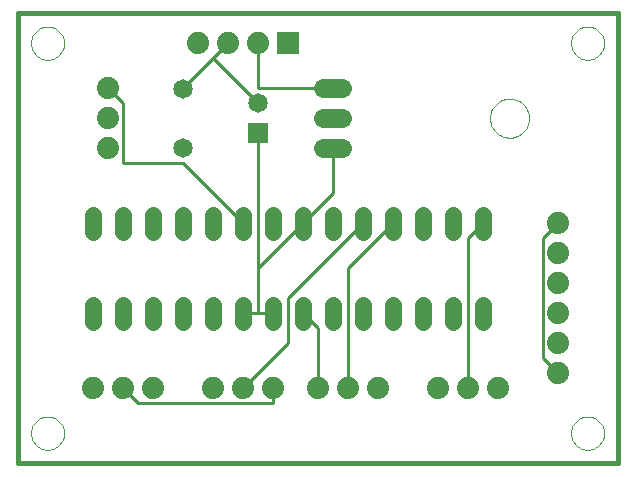
<source format=gtl>
G75*
G70*
%OFA0B0*%
%FSLAX24Y24*%
%IPPOS*%
%LPD*%
%AMOC8*
5,1,8,0,0,1.08239X$1,22.5*
%
%ADD10C,0.0160*%
%ADD11C,0.0000*%
%ADD12C,0.0740*%
%ADD13C,0.0560*%
%ADD14C,0.0650*%
%ADD15R,0.0650X0.0650*%
%ADD16C,0.0640*%
%ADD17R,0.0740X0.0740*%
%ADD18C,0.0100*%
D10*
X000181Y000181D02*
X000181Y015181D01*
X020181Y015181D01*
X020181Y000181D01*
X000181Y000181D01*
D11*
X000630Y001181D02*
X000632Y001228D01*
X000638Y001274D01*
X000648Y001320D01*
X000661Y001365D01*
X000679Y001408D01*
X000700Y001450D01*
X000724Y001490D01*
X000752Y001527D01*
X000783Y001562D01*
X000817Y001595D01*
X000853Y001624D01*
X000892Y001650D01*
X000933Y001673D01*
X000976Y001692D01*
X001020Y001708D01*
X001065Y001720D01*
X001111Y001728D01*
X001158Y001732D01*
X001204Y001732D01*
X001251Y001728D01*
X001297Y001720D01*
X001342Y001708D01*
X001386Y001692D01*
X001429Y001673D01*
X001470Y001650D01*
X001509Y001624D01*
X001545Y001595D01*
X001579Y001562D01*
X001610Y001527D01*
X001638Y001490D01*
X001662Y001450D01*
X001683Y001408D01*
X001701Y001365D01*
X001714Y001320D01*
X001724Y001274D01*
X001730Y001228D01*
X001732Y001181D01*
X001730Y001134D01*
X001724Y001088D01*
X001714Y001042D01*
X001701Y000997D01*
X001683Y000954D01*
X001662Y000912D01*
X001638Y000872D01*
X001610Y000835D01*
X001579Y000800D01*
X001545Y000767D01*
X001509Y000738D01*
X001470Y000712D01*
X001429Y000689D01*
X001386Y000670D01*
X001342Y000654D01*
X001297Y000642D01*
X001251Y000634D01*
X001204Y000630D01*
X001158Y000630D01*
X001111Y000634D01*
X001065Y000642D01*
X001020Y000654D01*
X000976Y000670D01*
X000933Y000689D01*
X000892Y000712D01*
X000853Y000738D01*
X000817Y000767D01*
X000783Y000800D01*
X000752Y000835D01*
X000724Y000872D01*
X000700Y000912D01*
X000679Y000954D01*
X000661Y000997D01*
X000648Y001042D01*
X000638Y001088D01*
X000632Y001134D01*
X000630Y001181D01*
X015931Y011681D02*
X015933Y011731D01*
X015939Y011781D01*
X015949Y011831D01*
X015962Y011879D01*
X015979Y011927D01*
X016000Y011973D01*
X016024Y012017D01*
X016052Y012059D01*
X016083Y012099D01*
X016117Y012136D01*
X016154Y012171D01*
X016193Y012202D01*
X016234Y012231D01*
X016278Y012256D01*
X016324Y012278D01*
X016371Y012296D01*
X016419Y012310D01*
X016468Y012321D01*
X016518Y012328D01*
X016568Y012331D01*
X016619Y012330D01*
X016669Y012325D01*
X016719Y012316D01*
X016767Y012304D01*
X016815Y012287D01*
X016861Y012267D01*
X016906Y012244D01*
X016949Y012217D01*
X016989Y012187D01*
X017027Y012154D01*
X017062Y012118D01*
X017095Y012079D01*
X017124Y012038D01*
X017150Y011995D01*
X017173Y011950D01*
X017192Y011903D01*
X017207Y011855D01*
X017219Y011806D01*
X017227Y011756D01*
X017231Y011706D01*
X017231Y011656D01*
X017227Y011606D01*
X017219Y011556D01*
X017207Y011507D01*
X017192Y011459D01*
X017173Y011412D01*
X017150Y011367D01*
X017124Y011324D01*
X017095Y011283D01*
X017062Y011244D01*
X017027Y011208D01*
X016989Y011175D01*
X016949Y011145D01*
X016906Y011118D01*
X016861Y011095D01*
X016815Y011075D01*
X016767Y011058D01*
X016719Y011046D01*
X016669Y011037D01*
X016619Y011032D01*
X016568Y011031D01*
X016518Y011034D01*
X016468Y011041D01*
X016419Y011052D01*
X016371Y011066D01*
X016324Y011084D01*
X016278Y011106D01*
X016234Y011131D01*
X016193Y011160D01*
X016154Y011191D01*
X016117Y011226D01*
X016083Y011263D01*
X016052Y011303D01*
X016024Y011345D01*
X016000Y011389D01*
X015979Y011435D01*
X015962Y011483D01*
X015949Y011531D01*
X015939Y011581D01*
X015933Y011631D01*
X015931Y011681D01*
X018630Y014181D02*
X018632Y014228D01*
X018638Y014274D01*
X018648Y014320D01*
X018661Y014365D01*
X018679Y014408D01*
X018700Y014450D01*
X018724Y014490D01*
X018752Y014527D01*
X018783Y014562D01*
X018817Y014595D01*
X018853Y014624D01*
X018892Y014650D01*
X018933Y014673D01*
X018976Y014692D01*
X019020Y014708D01*
X019065Y014720D01*
X019111Y014728D01*
X019158Y014732D01*
X019204Y014732D01*
X019251Y014728D01*
X019297Y014720D01*
X019342Y014708D01*
X019386Y014692D01*
X019429Y014673D01*
X019470Y014650D01*
X019509Y014624D01*
X019545Y014595D01*
X019579Y014562D01*
X019610Y014527D01*
X019638Y014490D01*
X019662Y014450D01*
X019683Y014408D01*
X019701Y014365D01*
X019714Y014320D01*
X019724Y014274D01*
X019730Y014228D01*
X019732Y014181D01*
X019730Y014134D01*
X019724Y014088D01*
X019714Y014042D01*
X019701Y013997D01*
X019683Y013954D01*
X019662Y013912D01*
X019638Y013872D01*
X019610Y013835D01*
X019579Y013800D01*
X019545Y013767D01*
X019509Y013738D01*
X019470Y013712D01*
X019429Y013689D01*
X019386Y013670D01*
X019342Y013654D01*
X019297Y013642D01*
X019251Y013634D01*
X019204Y013630D01*
X019158Y013630D01*
X019111Y013634D01*
X019065Y013642D01*
X019020Y013654D01*
X018976Y013670D01*
X018933Y013689D01*
X018892Y013712D01*
X018853Y013738D01*
X018817Y013767D01*
X018783Y013800D01*
X018752Y013835D01*
X018724Y013872D01*
X018700Y013912D01*
X018679Y013954D01*
X018661Y013997D01*
X018648Y014042D01*
X018638Y014088D01*
X018632Y014134D01*
X018630Y014181D01*
X018630Y001181D02*
X018632Y001228D01*
X018638Y001274D01*
X018648Y001320D01*
X018661Y001365D01*
X018679Y001408D01*
X018700Y001450D01*
X018724Y001490D01*
X018752Y001527D01*
X018783Y001562D01*
X018817Y001595D01*
X018853Y001624D01*
X018892Y001650D01*
X018933Y001673D01*
X018976Y001692D01*
X019020Y001708D01*
X019065Y001720D01*
X019111Y001728D01*
X019158Y001732D01*
X019204Y001732D01*
X019251Y001728D01*
X019297Y001720D01*
X019342Y001708D01*
X019386Y001692D01*
X019429Y001673D01*
X019470Y001650D01*
X019509Y001624D01*
X019545Y001595D01*
X019579Y001562D01*
X019610Y001527D01*
X019638Y001490D01*
X019662Y001450D01*
X019683Y001408D01*
X019701Y001365D01*
X019714Y001320D01*
X019724Y001274D01*
X019730Y001228D01*
X019732Y001181D01*
X019730Y001134D01*
X019724Y001088D01*
X019714Y001042D01*
X019701Y000997D01*
X019683Y000954D01*
X019662Y000912D01*
X019638Y000872D01*
X019610Y000835D01*
X019579Y000800D01*
X019545Y000767D01*
X019509Y000738D01*
X019470Y000712D01*
X019429Y000689D01*
X019386Y000670D01*
X019342Y000654D01*
X019297Y000642D01*
X019251Y000634D01*
X019204Y000630D01*
X019158Y000630D01*
X019111Y000634D01*
X019065Y000642D01*
X019020Y000654D01*
X018976Y000670D01*
X018933Y000689D01*
X018892Y000712D01*
X018853Y000738D01*
X018817Y000767D01*
X018783Y000800D01*
X018752Y000835D01*
X018724Y000872D01*
X018700Y000912D01*
X018679Y000954D01*
X018661Y000997D01*
X018648Y001042D01*
X018638Y001088D01*
X018632Y001134D01*
X018630Y001181D01*
X000630Y014181D02*
X000632Y014228D01*
X000638Y014274D01*
X000648Y014320D01*
X000661Y014365D01*
X000679Y014408D01*
X000700Y014450D01*
X000724Y014490D01*
X000752Y014527D01*
X000783Y014562D01*
X000817Y014595D01*
X000853Y014624D01*
X000892Y014650D01*
X000933Y014673D01*
X000976Y014692D01*
X001020Y014708D01*
X001065Y014720D01*
X001111Y014728D01*
X001158Y014732D01*
X001204Y014732D01*
X001251Y014728D01*
X001297Y014720D01*
X001342Y014708D01*
X001386Y014692D01*
X001429Y014673D01*
X001470Y014650D01*
X001509Y014624D01*
X001545Y014595D01*
X001579Y014562D01*
X001610Y014527D01*
X001638Y014490D01*
X001662Y014450D01*
X001683Y014408D01*
X001701Y014365D01*
X001714Y014320D01*
X001724Y014274D01*
X001730Y014228D01*
X001732Y014181D01*
X001730Y014134D01*
X001724Y014088D01*
X001714Y014042D01*
X001701Y013997D01*
X001683Y013954D01*
X001662Y013912D01*
X001638Y013872D01*
X001610Y013835D01*
X001579Y013800D01*
X001545Y013767D01*
X001509Y013738D01*
X001470Y013712D01*
X001429Y013689D01*
X001386Y013670D01*
X001342Y013654D01*
X001297Y013642D01*
X001251Y013634D01*
X001204Y013630D01*
X001158Y013630D01*
X001111Y013634D01*
X001065Y013642D01*
X001020Y013654D01*
X000976Y013670D01*
X000933Y013689D01*
X000892Y013712D01*
X000853Y013738D01*
X000817Y013767D01*
X000783Y013800D01*
X000752Y013835D01*
X000724Y013872D01*
X000700Y013912D01*
X000679Y013954D01*
X000661Y013997D01*
X000648Y014042D01*
X000638Y014088D01*
X000632Y014134D01*
X000630Y014181D01*
D12*
X003181Y012681D03*
X003181Y011681D03*
X003181Y010681D03*
X006181Y014181D03*
X007181Y014181D03*
X008181Y014181D03*
X018181Y008181D03*
X018181Y007181D03*
X018181Y006181D03*
X018181Y005181D03*
X018181Y004181D03*
X018181Y003181D03*
X016181Y002681D03*
X015181Y002681D03*
X014181Y002681D03*
X012181Y002681D03*
X011181Y002681D03*
X010181Y002681D03*
X008681Y002681D03*
X007681Y002681D03*
X006681Y002681D03*
X004681Y002681D03*
X003681Y002681D03*
X002681Y002681D03*
D13*
X002681Y004901D02*
X002681Y005461D01*
X003681Y005461D02*
X003681Y004901D01*
X004681Y004901D02*
X004681Y005461D01*
X005681Y005461D02*
X005681Y004901D01*
X006681Y004901D02*
X006681Y005461D01*
X007681Y005461D02*
X007681Y004901D01*
X008681Y004901D02*
X008681Y005461D01*
X009681Y005461D02*
X009681Y004901D01*
X010681Y004901D02*
X010681Y005461D01*
X011681Y005461D02*
X011681Y004901D01*
X012681Y004901D02*
X012681Y005461D01*
X013681Y005461D02*
X013681Y004901D01*
X014681Y004901D02*
X014681Y005461D01*
X015681Y005461D02*
X015681Y004901D01*
X015681Y007901D02*
X015681Y008461D01*
X014681Y008461D02*
X014681Y007901D01*
X013681Y007901D02*
X013681Y008461D01*
X012681Y008461D02*
X012681Y007901D01*
X011681Y007901D02*
X011681Y008461D01*
X010681Y008461D02*
X010681Y007901D01*
X009681Y007901D02*
X009681Y008461D01*
X008681Y008461D02*
X008681Y007901D01*
X007681Y007901D02*
X007681Y008461D01*
X006681Y008461D02*
X006681Y007901D01*
X005681Y007901D02*
X005681Y008461D01*
X004681Y008461D02*
X004681Y007901D01*
X003681Y007901D02*
X003681Y008461D01*
X002681Y008461D02*
X002681Y007901D01*
D14*
X005681Y010697D03*
X005681Y012666D03*
X008181Y012181D03*
D15*
X008181Y011181D03*
D16*
X010361Y010681D02*
X011001Y010681D01*
X011001Y011681D02*
X010361Y011681D01*
X010361Y012681D02*
X011001Y012681D01*
D17*
X009181Y014181D03*
D18*
X008181Y014181D02*
X008181Y012681D01*
X010681Y012681D01*
X008181Y012181D02*
X006681Y013681D01*
X005681Y012681D01*
X005681Y012666D01*
X006681Y013681D02*
X007181Y014181D01*
X003681Y012181D02*
X003181Y012681D01*
X003681Y012181D02*
X003681Y010181D01*
X005681Y010181D01*
X007681Y008181D01*
X008181Y006681D02*
X009681Y008181D01*
X010681Y009181D01*
X010681Y010681D01*
X008181Y011181D02*
X008181Y006681D01*
X008181Y005181D01*
X007681Y005181D01*
X008181Y005181D02*
X008681Y005181D01*
X009181Y005681D02*
X009181Y004181D01*
X007681Y002681D01*
X008681Y002681D02*
X008681Y002181D01*
X004181Y002181D01*
X003681Y002681D01*
X009181Y005681D02*
X011681Y008181D01*
X012681Y008181D02*
X011181Y006681D01*
X011181Y002681D01*
X010181Y002681D02*
X010181Y004681D01*
X009681Y005181D01*
X015181Y007681D02*
X015181Y002681D01*
X017681Y003681D02*
X017681Y007681D01*
X018181Y008181D01*
X015681Y008181D02*
X015181Y007681D01*
X017681Y003681D02*
X018181Y003181D01*
M02*

</source>
